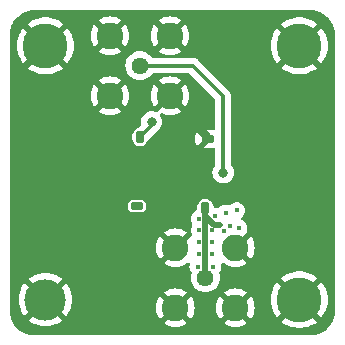
<source format=gbl>
%TF.GenerationSoftware,KiCad,Pcbnew,7.0.6*%
%TF.CreationDate,2023-08-28T22:53:50+01:00*%
%TF.ProjectId,SiPM Bias,5369504d-2042-4696-9173-2e6b69636164,rev?*%
%TF.SameCoordinates,Original*%
%TF.FileFunction,Copper,L2,Bot*%
%TF.FilePolarity,Positive*%
%FSLAX46Y46*%
G04 Gerber Fmt 4.6, Leading zero omitted, Abs format (unit mm)*
G04 Created by KiCad (PCBNEW 7.0.6) date 2023-08-28 22:53:50*
%MOMM*%
%LPD*%
G01*
G04 APERTURE LIST*
G04 Aperture macros list*
%AMRoundRect*
0 Rectangle with rounded corners*
0 $1 Rounding radius*
0 $2 $3 $4 $5 $6 $7 $8 $9 X,Y pos of 4 corners*
0 Add a 4 corners polygon primitive as box body*
4,1,4,$2,$3,$4,$5,$6,$7,$8,$9,$2,$3,0*
0 Add four circle primitives for the rounded corners*
1,1,$1+$1,$2,$3*
1,1,$1+$1,$4,$5*
1,1,$1+$1,$6,$7*
1,1,$1+$1,$8,$9*
0 Add four rect primitives between the rounded corners*
20,1,$1+$1,$2,$3,$4,$5,0*
20,1,$1+$1,$4,$5,$6,$7,0*
20,1,$1+$1,$6,$7,$8,$9,0*
20,1,$1+$1,$8,$9,$2,$3,0*%
G04 Aperture macros list end*
%TA.AperFunction,ComponentPad*%
%ADD10C,3.800000*%
%TD*%
%TA.AperFunction,ComponentPad*%
%ADD11C,3.500000*%
%TD*%
%TA.AperFunction,ComponentPad*%
%ADD12C,1.440000*%
%TD*%
%TA.AperFunction,ComponentPad*%
%ADD13C,2.250000*%
%TD*%
%TA.AperFunction,SMDPad,CuDef*%
%ADD14RoundRect,0.150000X0.400000X-0.150000X0.400000X0.150000X-0.400000X0.150000X-0.400000X-0.150000X0*%
%TD*%
%TA.AperFunction,SMDPad,CuDef*%
%ADD15RoundRect,0.150000X0.150000X0.400000X-0.150000X0.400000X-0.150000X-0.400000X0.150000X-0.400000X0*%
%TD*%
%TA.AperFunction,ViaPad*%
%ADD16C,0.400000*%
%TD*%
%TA.AperFunction,ViaPad*%
%ADD17C,0.800000*%
%TD*%
%TA.AperFunction,Conductor*%
%ADD18C,0.300000*%
%TD*%
%TA.AperFunction,Conductor*%
%ADD19C,0.500000*%
%TD*%
G04 APERTURE END LIST*
D10*
%TO.P,REF\u002A\u002A,1*%
%TO.N,GND*%
X160400001Y-80700001D03*
%TD*%
%TO.P,REF\u002A\u002A,1*%
%TO.N,GND*%
X138900001Y-80700001D03*
%TD*%
D11*
%TO.P,REF\u002A\u002A,1*%
%TO.N,GND*%
X138900001Y-102200001D03*
%TD*%
D10*
%TO.P,REF\u002A\u002A,1*%
%TO.N,GND*%
X160400001Y-102200001D03*
%TD*%
D12*
%TO.P,J3,1,In*%
%TO.N,SiPM*%
X152450000Y-100350000D03*
D13*
%TO.P,J3,2,Ext*%
%TO.N,GND*%
X154990000Y-102890000D03*
X154990000Y-97810000D03*
X149910000Y-102890000D03*
X149910000Y-97810000D03*
%TD*%
%TO.P,J2,2,Ext*%
%TO.N,GND*%
X144360000Y-79860000D03*
X144360000Y-84940000D03*
X149440000Y-79860000D03*
X149440000Y-84940000D03*
D12*
%TO.P,J2,1,In*%
%TO.N,BIAS*%
X146900000Y-82400000D03*
%TD*%
D14*
%TO.P,D1,4,G*%
%TO.N,GND*%
X152650001Y-88600001D03*
D15*
%TO.P,D1,3,C*%
%TO.N,Net-(D1-C)*%
X146900001Y-88450001D03*
D14*
%TO.P,D1,2,FO*%
%TO.N,unconnected-(D1-FO-Pad2)*%
X146650001Y-94300001D03*
D15*
%TO.P,D1,1,A*%
%TO.N,SiPM*%
X152400001Y-94450001D03*
%TD*%
D16*
%TO.N,GND*%
X147900001Y-92300001D03*
X152950001Y-87000001D03*
D17*
X159500001Y-89600001D03*
D16*
%TO.N,*%
X153250000Y-95150000D03*
X154150000Y-94850000D03*
X155100000Y-94650000D03*
X155300000Y-96100000D03*
X154500001Y-96000001D03*
X154050000Y-96400000D03*
X153000000Y-96350000D03*
X153000000Y-97350000D03*
X153000000Y-98350000D03*
X153100000Y-99400000D03*
X151800000Y-99400000D03*
X151900000Y-98350000D03*
X151900000Y-97350000D03*
X151900000Y-96350000D03*
X151900000Y-95350000D03*
%TO.N,SiPM*%
X153650000Y-95850000D03*
D17*
%TO.N,BIAS*%
X153950001Y-91450001D03*
%TO.N,Net-(D1-C)*%
X147900001Y-87150001D03*
%TD*%
D18*
%TO.N,GND*%
X152650001Y-88150001D02*
X149440000Y-84940000D01*
X152650001Y-88600001D02*
X152650001Y-88150001D01*
D19*
%TO.N,SiPM*%
X153150000Y-95850000D02*
X153650000Y-95850000D01*
X152450000Y-95150000D02*
X153150000Y-95850000D01*
X152450000Y-95150000D02*
X152450000Y-100350000D01*
X152450000Y-94500000D02*
X152450000Y-95150000D01*
D18*
X152400001Y-94450001D02*
X152450000Y-94500000D01*
%TO.N,BIAS*%
X153950001Y-91450001D02*
X153950001Y-84950001D01*
X153950001Y-84950001D02*
X151400000Y-82400000D01*
X151400000Y-82400000D02*
X146900000Y-82400000D01*
%TO.N,Net-(D1-C)*%
X147900001Y-87150001D02*
X147900001Y-87450001D01*
X147900001Y-87450001D02*
X146900001Y-88450001D01*
%TD*%
%TA.AperFunction,Conductor*%
%TO.N,GND*%
G36*
X161402019Y-77700634D02*
G01*
X161483746Y-77705990D01*
X161492953Y-77706648D01*
X161665442Y-77718983D01*
X161673089Y-77720014D01*
X161789604Y-77743190D01*
X161933632Y-77774523D01*
X161940370Y-77776393D01*
X162059370Y-77816788D01*
X162059494Y-77816830D01*
X162191731Y-77866152D01*
X162197468Y-77868628D01*
X162299442Y-77918917D01*
X162312993Y-77925600D01*
X162434891Y-77992161D01*
X162439618Y-77995023D01*
X162546695Y-78066568D01*
X162549362Y-78068456D01*
X162658638Y-78150259D01*
X162662333Y-78153255D01*
X162759532Y-78238496D01*
X162762470Y-78241248D01*
X162821223Y-78300001D01*
X162858734Y-78337512D01*
X162861508Y-78340474D01*
X162901604Y-78386194D01*
X162946740Y-78437663D01*
X162949752Y-78441378D01*
X163031535Y-78550629D01*
X163033453Y-78553339D01*
X163104972Y-78660374D01*
X163107838Y-78665108D01*
X163174400Y-78787007D01*
X163231362Y-78902515D01*
X163233848Y-78908273D01*
X163283175Y-79040520D01*
X163323601Y-79159614D01*
X163325476Y-79166369D01*
X163356822Y-79310468D01*
X163379982Y-79426897D01*
X163381017Y-79434578D01*
X163393994Y-79616018D01*
X163399368Y-79697999D01*
X163399501Y-79702056D01*
X163399501Y-103197976D01*
X163399368Y-103202033D01*
X163394018Y-103283649D01*
X163381016Y-103465438D01*
X163379981Y-103473118D01*
X163356842Y-103589447D01*
X163325475Y-103733635D01*
X163323601Y-103740389D01*
X163283195Y-103859425D01*
X163271907Y-103889691D01*
X163233844Y-103991738D01*
X163231358Y-103997496D01*
X163174415Y-104112965D01*
X163107827Y-104234911D01*
X163104961Y-104239645D01*
X163033469Y-104346640D01*
X163031551Y-104349350D01*
X162949744Y-104458633D01*
X162946723Y-104462359D01*
X162861530Y-104559503D01*
X162858756Y-104562464D01*
X162762464Y-104658756D01*
X162759503Y-104661530D01*
X162662359Y-104746723D01*
X162658633Y-104749744D01*
X162549350Y-104831551D01*
X162546640Y-104833469D01*
X162439645Y-104904961D01*
X162434911Y-104907827D01*
X162312965Y-104974415D01*
X162197496Y-105031358D01*
X162191738Y-105033844D01*
X162089691Y-105071907D01*
X162059425Y-105083195D01*
X161940389Y-105123601D01*
X161933635Y-105125475D01*
X161789447Y-105156842D01*
X161673118Y-105179981D01*
X161665438Y-105181016D01*
X161483649Y-105194018D01*
X161432583Y-105197365D01*
X161402026Y-105199368D01*
X161397977Y-105199501D01*
X137902025Y-105199501D01*
X137897975Y-105199368D01*
X137879293Y-105198143D01*
X137816451Y-105194024D01*
X137634545Y-105181013D01*
X137626866Y-105179978D01*
X137510689Y-105156869D01*
X137366335Y-105125467D01*
X137359579Y-105123592D01*
X137240641Y-105083218D01*
X137223127Y-105076685D01*
X137108236Y-105033832D01*
X137102478Y-105031346D01*
X136987089Y-104974443D01*
X136865073Y-104907817D01*
X136860339Y-104904951D01*
X136803427Y-104866924D01*
X136753359Y-104833469D01*
X136750680Y-104831572D01*
X136641336Y-104749719D01*
X136637635Y-104746719D01*
X136540518Y-104661549D01*
X136537557Y-104658775D01*
X136441225Y-104562445D01*
X136438461Y-104559493D01*
X136353284Y-104462368D01*
X136350271Y-104458652D01*
X136347408Y-104454828D01*
X136268435Y-104349331D01*
X136266517Y-104346621D01*
X136263673Y-104342365D01*
X136224133Y-104283188D01*
X136195043Y-104239651D01*
X136192177Y-104234918D01*
X136177871Y-104208719D01*
X136125560Y-104112918D01*
X136102909Y-104066987D01*
X136068650Y-103997516D01*
X136066164Y-103991758D01*
X136046207Y-103938252D01*
X136016797Y-103859404D01*
X135976396Y-103740386D01*
X135974536Y-103733683D01*
X135946769Y-103606040D01*
X135943136Y-103589338D01*
X135927500Y-103510735D01*
X135920018Y-103473118D01*
X135918987Y-103465472D01*
X135905968Y-103283456D01*
X135902193Y-103225851D01*
X135900634Y-103202049D01*
X135900501Y-103197994D01*
X135900501Y-102200001D01*
X136645173Y-102200001D01*
X136664463Y-102494313D01*
X136664465Y-102494325D01*
X136722002Y-102783585D01*
X136722006Y-102783600D01*
X136816813Y-103062889D01*
X136947259Y-103327407D01*
X136947266Y-103327420D01*
X137111123Y-103572649D01*
X137140407Y-103606040D01*
X137964211Y-102782236D01*
X138064895Y-102923625D01*
X138216933Y-103068593D01*
X138319223Y-103134330D01*
X137493960Y-103959593D01*
X137493960Y-103959594D01*
X137527345Y-103988873D01*
X137527349Y-103988876D01*
X137772581Y-104152735D01*
X137772594Y-104152742D01*
X138037112Y-104283188D01*
X138316401Y-104377995D01*
X138316416Y-104377999D01*
X138605676Y-104435536D01*
X138605688Y-104435538D01*
X138900001Y-104454828D01*
X139194313Y-104435538D01*
X139194325Y-104435536D01*
X139483585Y-104377999D01*
X139483600Y-104377995D01*
X139762889Y-104283188D01*
X140027407Y-104152742D01*
X140027420Y-104152735D01*
X140272651Y-103988878D01*
X140306040Y-103959594D01*
X140306041Y-103959593D01*
X139483307Y-103136860D01*
X139497411Y-103129590D01*
X139662541Y-102999730D01*
X139800111Y-102840966D01*
X139834666Y-102781114D01*
X140659593Y-103606041D01*
X140659594Y-103606040D01*
X140688878Y-103572651D01*
X140852735Y-103327420D01*
X140852742Y-103327407D01*
X140983188Y-103062889D01*
X141041877Y-102890000D01*
X148279975Y-102890000D01*
X148300042Y-103144989D01*
X148359752Y-103393702D01*
X148457634Y-103630012D01*
X148457636Y-103630015D01*
X148591275Y-103848095D01*
X148591286Y-103848110D01*
X148594533Y-103851911D01*
X148594535Y-103851911D01*
X149158766Y-103287679D01*
X149202316Y-103369822D01*
X149322009Y-103510735D01*
X149469195Y-103622623D01*
X149511402Y-103642150D01*
X148948087Y-104205464D01*
X148948087Y-104205465D01*
X148951888Y-104208712D01*
X148951898Y-104208719D01*
X149169984Y-104342363D01*
X149169987Y-104342365D01*
X149406297Y-104440247D01*
X149655011Y-104499957D01*
X149655010Y-104499957D01*
X149910000Y-104520024D01*
X150164989Y-104499957D01*
X150413702Y-104440247D01*
X150650012Y-104342365D01*
X150650015Y-104342363D01*
X150868103Y-104208719D01*
X150871912Y-104205464D01*
X150308609Y-103642161D01*
X150427431Y-103570669D01*
X150561658Y-103443523D01*
X150664861Y-103291308D01*
X151225464Y-103851912D01*
X151228719Y-103848103D01*
X151362363Y-103630015D01*
X151362365Y-103630012D01*
X151460247Y-103393702D01*
X151519957Y-103144989D01*
X151540024Y-102890000D01*
X153359975Y-102890000D01*
X153380042Y-103144989D01*
X153439752Y-103393702D01*
X153537634Y-103630012D01*
X153537636Y-103630015D01*
X153671275Y-103848095D01*
X153671286Y-103848110D01*
X153674533Y-103851911D01*
X153674535Y-103851911D01*
X154238766Y-103287679D01*
X154282316Y-103369822D01*
X154402009Y-103510735D01*
X154549195Y-103622623D01*
X154591402Y-103642150D01*
X154028087Y-104205464D01*
X154028087Y-104205465D01*
X154031888Y-104208712D01*
X154031898Y-104208719D01*
X154249984Y-104342363D01*
X154249987Y-104342365D01*
X154486297Y-104440247D01*
X154735011Y-104499957D01*
X154735010Y-104499957D01*
X154990000Y-104520024D01*
X155244989Y-104499957D01*
X155493702Y-104440247D01*
X155730012Y-104342365D01*
X155730015Y-104342363D01*
X155948103Y-104208719D01*
X155951912Y-104205464D01*
X155388609Y-103642161D01*
X155507431Y-103570669D01*
X155641658Y-103443523D01*
X155744861Y-103291308D01*
X156305464Y-103851912D01*
X156308719Y-103848103D01*
X156442363Y-103630015D01*
X156442365Y-103630012D01*
X156540247Y-103393702D01*
X156599957Y-103144989D01*
X156620024Y-102890000D01*
X156599957Y-102635010D01*
X156540247Y-102386297D01*
X156463083Y-102200006D01*
X157995256Y-102200006D01*
X158014216Y-102501384D01*
X158014217Y-102501391D01*
X158070806Y-102798041D01*
X158164126Y-103085248D01*
X158164128Y-103085253D01*
X158292705Y-103358492D01*
X158292708Y-103358498D01*
X158454514Y-103613465D01*
X158535313Y-103711134D01*
X159464212Y-102782236D01*
X159564895Y-102923625D01*
X159716933Y-103068593D01*
X159819223Y-103134330D01*
X158886565Y-104066987D01*
X159111475Y-104230394D01*
X159111486Y-104230401D01*
X159376110Y-104375879D01*
X159376118Y-104375883D01*
X159656890Y-104487048D01*
X159656893Y-104487049D01*
X159949400Y-104562151D01*
X160248996Y-104600000D01*
X160249008Y-104600001D01*
X160550994Y-104600001D01*
X160551005Y-104600000D01*
X160850601Y-104562151D01*
X161143108Y-104487049D01*
X161143111Y-104487048D01*
X161423883Y-104375883D01*
X161423891Y-104375879D01*
X161688515Y-104230401D01*
X161688526Y-104230394D01*
X161913434Y-104066987D01*
X161913435Y-104066987D01*
X160983307Y-103136860D01*
X160997411Y-103129590D01*
X161162541Y-102999730D01*
X161300111Y-102840966D01*
X161334666Y-102781113D01*
X162264687Y-103711134D01*
X162345484Y-103613470D01*
X162507293Y-103358498D01*
X162507296Y-103358492D01*
X162635873Y-103085253D01*
X162635875Y-103085248D01*
X162729195Y-102798041D01*
X162785784Y-102501391D01*
X162785785Y-102501384D01*
X162804746Y-102200006D01*
X162804746Y-102199995D01*
X162785785Y-101898617D01*
X162785784Y-101898610D01*
X162729195Y-101601960D01*
X162635875Y-101314753D01*
X162635873Y-101314748D01*
X162507296Y-101041509D01*
X162507293Y-101041503D01*
X162345487Y-100786536D01*
X162264686Y-100688865D01*
X161335788Y-101617764D01*
X161235107Y-101476377D01*
X161083069Y-101331409D01*
X160980778Y-101265670D01*
X161913435Y-100333013D01*
X161688531Y-100169610D01*
X161688521Y-100169603D01*
X161423891Y-100024122D01*
X161423883Y-100024118D01*
X161143111Y-99912953D01*
X161143108Y-99912952D01*
X160850601Y-99837850D01*
X160551005Y-99800001D01*
X160248996Y-99800001D01*
X159949400Y-99837850D01*
X159656893Y-99912952D01*
X159656890Y-99912953D01*
X159376118Y-100024118D01*
X159376110Y-100024122D01*
X159111480Y-100169603D01*
X159111462Y-100169615D01*
X158886566Y-100333011D01*
X158886565Y-100333013D01*
X159816694Y-101263141D01*
X159802591Y-101270412D01*
X159637461Y-101400272D01*
X159499891Y-101559036D01*
X159465335Y-101618887D01*
X158535313Y-100688865D01*
X158454517Y-100786531D01*
X158292708Y-101041503D01*
X158292705Y-101041509D01*
X158164128Y-101314748D01*
X158164126Y-101314753D01*
X158070806Y-101601960D01*
X158014217Y-101898610D01*
X158014216Y-101898617D01*
X157995256Y-102199995D01*
X157995256Y-102200006D01*
X156463083Y-102200006D01*
X156442365Y-102149987D01*
X156442363Y-102149984D01*
X156308719Y-101931898D01*
X156308712Y-101931888D01*
X156305465Y-101928087D01*
X156305464Y-101928087D01*
X155741232Y-102492319D01*
X155697684Y-102410178D01*
X155577991Y-102269265D01*
X155430805Y-102157377D01*
X155388596Y-102137849D01*
X155951911Y-101574535D01*
X155951911Y-101574533D01*
X155948110Y-101571286D01*
X155948095Y-101571275D01*
X155730015Y-101437636D01*
X155730012Y-101437634D01*
X155493702Y-101339752D01*
X155244988Y-101280042D01*
X155244989Y-101280042D01*
X154990000Y-101259975D01*
X154735010Y-101280042D01*
X154486297Y-101339752D01*
X154249987Y-101437634D01*
X154249984Y-101437636D01*
X154031897Y-101571280D01*
X154028087Y-101574534D01*
X154591390Y-102137838D01*
X154472569Y-102209331D01*
X154338342Y-102336477D01*
X154235139Y-102488690D01*
X153674534Y-101928087D01*
X153671280Y-101931897D01*
X153537636Y-102149984D01*
X153537634Y-102149987D01*
X153439752Y-102386297D01*
X153380042Y-102635010D01*
X153359975Y-102890000D01*
X151540024Y-102890000D01*
X151519957Y-102635010D01*
X151460247Y-102386297D01*
X151362365Y-102149987D01*
X151362363Y-102149984D01*
X151228719Y-101931898D01*
X151228712Y-101931888D01*
X151225465Y-101928087D01*
X151225464Y-101928087D01*
X150661232Y-102492319D01*
X150617684Y-102410178D01*
X150497991Y-102269265D01*
X150350805Y-102157377D01*
X150308597Y-102137849D01*
X150871911Y-101574535D01*
X150871911Y-101574533D01*
X150868110Y-101571286D01*
X150868095Y-101571275D01*
X150650015Y-101437636D01*
X150650012Y-101437634D01*
X150413702Y-101339752D01*
X150164988Y-101280042D01*
X150164989Y-101280042D01*
X149910000Y-101259975D01*
X149655010Y-101280042D01*
X149406297Y-101339752D01*
X149169987Y-101437634D01*
X149169984Y-101437636D01*
X148951897Y-101571280D01*
X148948087Y-101574534D01*
X149511390Y-102137837D01*
X149392569Y-102209331D01*
X149258342Y-102336477D01*
X149155138Y-102488691D01*
X148594534Y-101928087D01*
X148591280Y-101931897D01*
X148457636Y-102149984D01*
X148457634Y-102149987D01*
X148359752Y-102386297D01*
X148300042Y-102635010D01*
X148279975Y-102890000D01*
X141041877Y-102890000D01*
X141077995Y-102783600D01*
X141077999Y-102783585D01*
X141135536Y-102494325D01*
X141135538Y-102494313D01*
X141154828Y-102200001D01*
X141135538Y-101905688D01*
X141135536Y-101905676D01*
X141077999Y-101616416D01*
X141077995Y-101616401D01*
X140983188Y-101337112D01*
X140852742Y-101072594D01*
X140852735Y-101072581D01*
X140688876Y-100827349D01*
X140688873Y-100827345D01*
X140659594Y-100793960D01*
X140659593Y-100793960D01*
X139835789Y-101617764D01*
X139735107Y-101476377D01*
X139583069Y-101331409D01*
X139480778Y-101265670D01*
X140306040Y-100440407D01*
X140272649Y-100411123D01*
X140027420Y-100247266D01*
X140027407Y-100247259D01*
X139762889Y-100116813D01*
X139483600Y-100022006D01*
X139483585Y-100022002D01*
X139194325Y-99964465D01*
X139194313Y-99964463D01*
X138900001Y-99945173D01*
X138605688Y-99964463D01*
X138605676Y-99964465D01*
X138316416Y-100022002D01*
X138316401Y-100022006D01*
X138037112Y-100116813D01*
X137772594Y-100247259D01*
X137772581Y-100247266D01*
X137527351Y-100411124D01*
X137493959Y-100440407D01*
X138316694Y-101263141D01*
X138302591Y-101270412D01*
X138137461Y-101400272D01*
X137999891Y-101559036D01*
X137965335Y-101618887D01*
X137140407Y-100793959D01*
X137111124Y-100827351D01*
X136947266Y-101072581D01*
X136947259Y-101072594D01*
X136816813Y-101337112D01*
X136722006Y-101616401D01*
X136722002Y-101616416D01*
X136664465Y-101905676D01*
X136664463Y-101905688D01*
X136645173Y-102200001D01*
X135900501Y-102200001D01*
X135900501Y-97810000D01*
X148279975Y-97810000D01*
X148300042Y-98064989D01*
X148359752Y-98313702D01*
X148457634Y-98550012D01*
X148457636Y-98550015D01*
X148591275Y-98768095D01*
X148591286Y-98768110D01*
X148594533Y-98771911D01*
X148594535Y-98771911D01*
X149158766Y-98207679D01*
X149202316Y-98289822D01*
X149322009Y-98430735D01*
X149469195Y-98542623D01*
X149511402Y-98562150D01*
X148948087Y-99125464D01*
X148948087Y-99125465D01*
X148951888Y-99128712D01*
X148951898Y-99128719D01*
X149169984Y-99262363D01*
X149169987Y-99262365D01*
X149406297Y-99360247D01*
X149655011Y-99419957D01*
X149655010Y-99419957D01*
X149910000Y-99440024D01*
X150164989Y-99419957D01*
X150413702Y-99360247D01*
X150650012Y-99262365D01*
X150650015Y-99262363D01*
X150868100Y-99128721D01*
X150868101Y-99128720D01*
X150922365Y-99082375D01*
X150986126Y-99053804D01*
X151055212Y-99064241D01*
X151107688Y-99110372D01*
X151126894Y-99177550D01*
X151118839Y-99220635D01*
X151114861Y-99231122D01*
X151114859Y-99231130D01*
X151094355Y-99399999D01*
X151114859Y-99568869D01*
X151114860Y-99568874D01*
X151175182Y-99727931D01*
X151270808Y-99866468D01*
X151292691Y-99932822D01*
X151288533Y-99969001D01*
X151243452Y-100137247D01*
X151243450Y-100137258D01*
X151224838Y-100349998D01*
X151224838Y-100350001D01*
X151243450Y-100562741D01*
X151243452Y-100562752D01*
X151298721Y-100769022D01*
X151298723Y-100769026D01*
X151298724Y-100769030D01*
X151325917Y-100827345D01*
X151388977Y-100962578D01*
X151511472Y-101137521D01*
X151662478Y-101288527D01*
X151662481Y-101288529D01*
X151837419Y-101411021D01*
X151837421Y-101411022D01*
X151837420Y-101411022D01*
X151901936Y-101441106D01*
X152030970Y-101501276D01*
X152237253Y-101556549D01*
X152389215Y-101569843D01*
X152449998Y-101575162D01*
X152450000Y-101575162D01*
X152450002Y-101575162D01*
X152503186Y-101570508D01*
X152662747Y-101556549D01*
X152869030Y-101501276D01*
X153062581Y-101411021D01*
X153237519Y-101288529D01*
X153388529Y-101137519D01*
X153511021Y-100962581D01*
X153601276Y-100769030D01*
X153656549Y-100562747D01*
X153675162Y-100350000D01*
X153656549Y-100137253D01*
X153611466Y-99968999D01*
X153613129Y-99899150D01*
X153629191Y-99866468D01*
X153724818Y-99727930D01*
X153785140Y-99568872D01*
X153805645Y-99400000D01*
X153785140Y-99231128D01*
X153781161Y-99220638D01*
X153775792Y-99150978D01*
X153808937Y-99089470D01*
X153870074Y-99055647D01*
X153939792Y-99060245D01*
X153977633Y-99082374D01*
X154031898Y-99128720D01*
X154031899Y-99128721D01*
X154249984Y-99262363D01*
X154249987Y-99262365D01*
X154486297Y-99360247D01*
X154735011Y-99419957D01*
X154735010Y-99419957D01*
X154990000Y-99440024D01*
X155244989Y-99419957D01*
X155493702Y-99360247D01*
X155730012Y-99262365D01*
X155730015Y-99262363D01*
X155948103Y-99128719D01*
X155951912Y-99125464D01*
X155388609Y-98562161D01*
X155507431Y-98490669D01*
X155641658Y-98363523D01*
X155744861Y-98211309D01*
X156305464Y-98771912D01*
X156308719Y-98768103D01*
X156442363Y-98550015D01*
X156442365Y-98550012D01*
X156540247Y-98313702D01*
X156599957Y-98064989D01*
X156620024Y-97810000D01*
X156599957Y-97555010D01*
X156540247Y-97306297D01*
X156442365Y-97069987D01*
X156442363Y-97069984D01*
X156308719Y-96851898D01*
X156308712Y-96851888D01*
X156305465Y-96848087D01*
X156305464Y-96848087D01*
X155741232Y-97412319D01*
X155697684Y-97330178D01*
X155577991Y-97189265D01*
X155430805Y-97077377D01*
X155388597Y-97057849D01*
X155951911Y-96494535D01*
X155951152Y-96475203D01*
X155940523Y-96458917D01*
X155940029Y-96389049D01*
X155943296Y-96379205D01*
X155985140Y-96268872D01*
X156005645Y-96100000D01*
X155985140Y-95931128D01*
X155924818Y-95772070D01*
X155828183Y-95632071D01*
X155700852Y-95519266D01*
X155700849Y-95519263D01*
X155550225Y-95440209D01*
X155543210Y-95437549D01*
X155544255Y-95434791D01*
X155495629Y-95406478D01*
X155463841Y-95344258D01*
X155470739Y-95274730D01*
X155503456Y-95228426D01*
X155628183Y-95117929D01*
X155724818Y-94977930D01*
X155785140Y-94818872D01*
X155805645Y-94650000D01*
X155785140Y-94481128D01*
X155724818Y-94322070D01*
X155628183Y-94182071D01*
X155518371Y-94084786D01*
X155500849Y-94069263D01*
X155350226Y-93990210D01*
X155185056Y-93949500D01*
X155014944Y-93949500D01*
X154849773Y-93990210D01*
X154699149Y-94069264D01*
X154699147Y-94069265D01*
X154566275Y-94186979D01*
X154503042Y-94216700D01*
X154433779Y-94207516D01*
X154426425Y-94203961D01*
X154400225Y-94190210D01*
X154235056Y-94149500D01*
X154064944Y-94149500D01*
X153899773Y-94190210D01*
X153749150Y-94269263D01*
X153621813Y-94382074D01*
X153588967Y-94429660D01*
X153534684Y-94473650D01*
X153465235Y-94481309D01*
X153457243Y-94479616D01*
X153335056Y-94449500D01*
X153310057Y-94449500D01*
X153243018Y-94429815D01*
X153197263Y-94377011D01*
X153186896Y-94339899D01*
X153185241Y-94325746D01*
X153183903Y-94322068D01*
X153125237Y-94160883D01*
X153075187Y-94084786D01*
X153028832Y-94014306D01*
X153028831Y-94014305D01*
X152901219Y-93893909D01*
X152901217Y-93893907D01*
X152891513Y-93888304D01*
X152880202Y-93881774D01*
X152841281Y-93846435D01*
X152839195Y-93843513D01*
X152756486Y-93760804D01*
X152651392Y-93709427D01*
X152583262Y-93699501D01*
X152583261Y-93699501D01*
X152216741Y-93699501D01*
X152216740Y-93699501D01*
X152148609Y-93709427D01*
X152043515Y-93760804D01*
X151960804Y-93843515D01*
X151909428Y-93948608D01*
X151906585Y-93957809D01*
X151905219Y-93957387D01*
X151881845Y-94009529D01*
X151818697Y-94084785D01*
X151818697Y-94084787D01*
X151739961Y-94241562D01*
X151699500Y-94412281D01*
X151699500Y-94589151D01*
X151679815Y-94656190D01*
X151633127Y-94698947D01*
X151499149Y-94769265D01*
X151371816Y-94882072D01*
X151275182Y-95022068D01*
X151214860Y-95181125D01*
X151214859Y-95181130D01*
X151194355Y-95350000D01*
X151214859Y-95518869D01*
X151214860Y-95518874D01*
X151275182Y-95677931D01*
X151345332Y-95779559D01*
X151367215Y-95845913D01*
X151349750Y-95913565D01*
X151345332Y-95920439D01*
X151275183Y-96022068D01*
X151275182Y-96022068D01*
X151214860Y-96181125D01*
X151214859Y-96181130D01*
X151194355Y-96350000D01*
X151214859Y-96518869D01*
X151214860Y-96518874D01*
X151277842Y-96684943D01*
X151276133Y-96685590D01*
X151287958Y-96744647D01*
X151262459Y-96809697D01*
X151252119Y-96821432D01*
X150661232Y-97412319D01*
X150617684Y-97330178D01*
X150497991Y-97189265D01*
X150350805Y-97077377D01*
X150308597Y-97057849D01*
X150871911Y-96494535D01*
X150871911Y-96494533D01*
X150868110Y-96491286D01*
X150868095Y-96491275D01*
X150650015Y-96357636D01*
X150650012Y-96357634D01*
X150413702Y-96259752D01*
X150164988Y-96200042D01*
X150164989Y-96200042D01*
X149910000Y-96179975D01*
X149655010Y-96200042D01*
X149406297Y-96259752D01*
X149169987Y-96357634D01*
X149169984Y-96357636D01*
X148951897Y-96491280D01*
X148948087Y-96494534D01*
X149511390Y-97057837D01*
X149392569Y-97129331D01*
X149258342Y-97256477D01*
X149155138Y-97408691D01*
X148594534Y-96848087D01*
X148591280Y-96851897D01*
X148457636Y-97069984D01*
X148457634Y-97069987D01*
X148359752Y-97306297D01*
X148300042Y-97555010D01*
X148279975Y-97810000D01*
X135900501Y-97810000D01*
X135900501Y-94483261D01*
X145899501Y-94483261D01*
X145909427Y-94551392D01*
X145960804Y-94656486D01*
X146043515Y-94739197D01*
X146043516Y-94739197D01*
X146043518Y-94739199D01*
X146148608Y-94790574D01*
X146182674Y-94795537D01*
X146216740Y-94800501D01*
X146216741Y-94800501D01*
X147083262Y-94800501D01*
X147105971Y-94797192D01*
X147151394Y-94790574D01*
X147256484Y-94739199D01*
X147339199Y-94656484D01*
X147390574Y-94551394D01*
X147400501Y-94483261D01*
X147400501Y-94116741D01*
X147390574Y-94048608D01*
X147339199Y-93943518D01*
X147339197Y-93943516D01*
X147339197Y-93943515D01*
X147256486Y-93860804D01*
X147151392Y-93809427D01*
X147083262Y-93799501D01*
X147083261Y-93799501D01*
X146216741Y-93799501D01*
X146216740Y-93799501D01*
X146148609Y-93809427D01*
X146043515Y-93860804D01*
X145960804Y-93943515D01*
X145909427Y-94048609D01*
X145899501Y-94116740D01*
X145899501Y-94483261D01*
X135900501Y-94483261D01*
X135900501Y-88429406D01*
X146244654Y-88429406D01*
X146260122Y-88593030D01*
X146260122Y-88593032D01*
X146260123Y-88593034D01*
X146315793Y-88747666D01*
X146315793Y-88747667D01*
X146381163Y-88843856D01*
X146401309Y-88895675D01*
X146409427Y-88951392D01*
X146460804Y-89056486D01*
X146543515Y-89139197D01*
X146543516Y-89139197D01*
X146543518Y-89139199D01*
X146648608Y-89190574D01*
X146682674Y-89195537D01*
X146716740Y-89200501D01*
X146716741Y-89200501D01*
X147083262Y-89200501D01*
X147105971Y-89197192D01*
X147151394Y-89190574D01*
X147256484Y-89139199D01*
X147339199Y-89056484D01*
X147390574Y-88951394D01*
X147396925Y-88907800D01*
X147426068Y-88844302D01*
X147431934Y-88838013D01*
X147454302Y-88815645D01*
X151600001Y-88815645D01*
X151602900Y-88852490D01*
X151602901Y-88852496D01*
X151648717Y-89010194D01*
X151648718Y-89010197D01*
X151732315Y-89151553D01*
X151732322Y-89151562D01*
X151738604Y-89157844D01*
X151738605Y-89157844D01*
X152296448Y-88600001D01*
X151738605Y-88042158D01*
X151738604Y-88042158D01*
X151732322Y-88048439D01*
X151732315Y-88048448D01*
X151648718Y-88189804D01*
X151648717Y-88189807D01*
X151602901Y-88347505D01*
X151602900Y-88347511D01*
X151600001Y-88384357D01*
X151600001Y-88815645D01*
X147454302Y-88815645D01*
X148299514Y-87970432D01*
X148312072Y-87960374D01*
X148311917Y-87960187D01*
X148317937Y-87955205D01*
X148317941Y-87955203D01*
X148317944Y-87955199D01*
X148319400Y-87953995D01*
X148348024Y-87936247D01*
X148352731Y-87934152D01*
X148505872Y-87822889D01*
X148632534Y-87682217D01*
X148727180Y-87518285D01*
X148785675Y-87338257D01*
X148805461Y-87150001D01*
X148785675Y-86961745D01*
X148727180Y-86781717D01*
X148632534Y-86617785D01*
X148632534Y-86617784D01*
X148628716Y-86612530D01*
X148630674Y-86611107D01*
X148605177Y-86558006D01*
X148613787Y-86488669D01*
X148658517Y-86434994D01*
X148725165Y-86414022D01*
X148775004Y-86423438D01*
X148936297Y-86490247D01*
X149185011Y-86549957D01*
X149185010Y-86549957D01*
X149440000Y-86570024D01*
X149694989Y-86549957D01*
X149943702Y-86490247D01*
X150180012Y-86392365D01*
X150180015Y-86392363D01*
X150398103Y-86258719D01*
X150401912Y-86255464D01*
X149838609Y-85692161D01*
X149957431Y-85620669D01*
X150091658Y-85493523D01*
X150194861Y-85341309D01*
X150755464Y-85901912D01*
X150758719Y-85898103D01*
X150892363Y-85680015D01*
X150892365Y-85680012D01*
X150990247Y-85443702D01*
X151049957Y-85194989D01*
X151070024Y-84940000D01*
X151049957Y-84685010D01*
X150990247Y-84436297D01*
X150892365Y-84199987D01*
X150892363Y-84199984D01*
X150758719Y-83981898D01*
X150758712Y-83981888D01*
X150755465Y-83978087D01*
X150755464Y-83978087D01*
X150191232Y-84542319D01*
X150147684Y-84460178D01*
X150027991Y-84319265D01*
X149880805Y-84207377D01*
X149838597Y-84187849D01*
X150401911Y-83624535D01*
X150401911Y-83624533D01*
X150398110Y-83621286D01*
X150398095Y-83621275D01*
X150180015Y-83487636D01*
X150180012Y-83487634D01*
X149943702Y-83389752D01*
X149694988Y-83330042D01*
X149694989Y-83330042D01*
X149440000Y-83309975D01*
X149185010Y-83330042D01*
X148936297Y-83389752D01*
X148699987Y-83487634D01*
X148699984Y-83487636D01*
X148481897Y-83621280D01*
X148478087Y-83624534D01*
X149041390Y-84187837D01*
X148922569Y-84259331D01*
X148788342Y-84386477D01*
X148685138Y-84538691D01*
X148124534Y-83978087D01*
X148121280Y-83981897D01*
X147987636Y-84199984D01*
X147987634Y-84199987D01*
X147889752Y-84436297D01*
X147830042Y-84685010D01*
X147809975Y-84940000D01*
X147830042Y-85194989D01*
X147889752Y-85443702D01*
X147987634Y-85680012D01*
X147987636Y-85680015D01*
X148121275Y-85898095D01*
X148121286Y-85898110D01*
X148124533Y-85901911D01*
X148124535Y-85901911D01*
X148688766Y-85337679D01*
X148732316Y-85419822D01*
X148852009Y-85560735D01*
X148999195Y-85672623D01*
X149041402Y-85692150D01*
X148466398Y-86267153D01*
X148459863Y-86293136D01*
X148408892Y-86340925D01*
X148340176Y-86353570D01*
X148302565Y-86343514D01*
X148179808Y-86288858D01*
X148179803Y-86288856D01*
X148034001Y-86257866D01*
X147994647Y-86249501D01*
X147805355Y-86249501D01*
X147777301Y-86255464D01*
X147620198Y-86288856D01*
X147620193Y-86288858D01*
X147447271Y-86365849D01*
X147447266Y-86365852D01*
X147294130Y-86477112D01*
X147167467Y-86617786D01*
X147072822Y-86781716D01*
X147072819Y-86781723D01*
X147014328Y-86961741D01*
X147014327Y-86961745D01*
X146994541Y-87150001D01*
X147014327Y-87338257D01*
X147014328Y-87338260D01*
X147015007Y-87344720D01*
X147013254Y-87344904D01*
X147008588Y-87405973D01*
X146980300Y-87449754D01*
X146762002Y-87668053D01*
X146700679Y-87701538D01*
X146692200Y-87703076D01*
X146648609Y-87709427D01*
X146543515Y-87760804D01*
X146460804Y-87843515D01*
X146409427Y-87948609D01*
X146401130Y-88005558D01*
X146376406Y-88063680D01*
X146335640Y-88116235D01*
X146270365Y-88267076D01*
X146244654Y-88429402D01*
X146244654Y-88429404D01*
X146244654Y-88429406D01*
X135900501Y-88429406D01*
X135900501Y-84940000D01*
X142729975Y-84940000D01*
X142750042Y-85194989D01*
X142809752Y-85443702D01*
X142907634Y-85680012D01*
X142907636Y-85680015D01*
X143041275Y-85898095D01*
X143041286Y-85898110D01*
X143044533Y-85901911D01*
X143044535Y-85901911D01*
X143608766Y-85337679D01*
X143652316Y-85419822D01*
X143772009Y-85560735D01*
X143919195Y-85672623D01*
X143961402Y-85692150D01*
X143398087Y-86255464D01*
X143398087Y-86255465D01*
X143401888Y-86258712D01*
X143401898Y-86258719D01*
X143619984Y-86392363D01*
X143619987Y-86392365D01*
X143856297Y-86490247D01*
X144105011Y-86549957D01*
X144105010Y-86549957D01*
X144360000Y-86570024D01*
X144614989Y-86549957D01*
X144863702Y-86490247D01*
X145100012Y-86392365D01*
X145100015Y-86392363D01*
X145318103Y-86258719D01*
X145321912Y-86255464D01*
X144758609Y-85692161D01*
X144877431Y-85620669D01*
X145011658Y-85493523D01*
X145114861Y-85341308D01*
X145675464Y-85901912D01*
X145678719Y-85898103D01*
X145812363Y-85680015D01*
X145812365Y-85680012D01*
X145910247Y-85443702D01*
X145969957Y-85194989D01*
X145990024Y-84940000D01*
X145969957Y-84685010D01*
X145910247Y-84436297D01*
X145812365Y-84199987D01*
X145812363Y-84199984D01*
X145678719Y-83981898D01*
X145678712Y-83981888D01*
X145675465Y-83978087D01*
X145675464Y-83978087D01*
X145111232Y-84542319D01*
X145067684Y-84460178D01*
X144947991Y-84319265D01*
X144800805Y-84207377D01*
X144758597Y-84187849D01*
X145321911Y-83624535D01*
X145321911Y-83624533D01*
X145318110Y-83621286D01*
X145318095Y-83621275D01*
X145100015Y-83487636D01*
X145100012Y-83487634D01*
X144863702Y-83389752D01*
X144614988Y-83330042D01*
X144614989Y-83330042D01*
X144360000Y-83309975D01*
X144105010Y-83330042D01*
X143856297Y-83389752D01*
X143619987Y-83487634D01*
X143619984Y-83487636D01*
X143401897Y-83621280D01*
X143398087Y-83624534D01*
X143961390Y-84187837D01*
X143842569Y-84259331D01*
X143708342Y-84386477D01*
X143605138Y-84538691D01*
X143044534Y-83978087D01*
X143041280Y-83981897D01*
X142907636Y-84199984D01*
X142907634Y-84199987D01*
X142809752Y-84436297D01*
X142750042Y-84685010D01*
X142729975Y-84940000D01*
X135900501Y-84940000D01*
X135900501Y-80700006D01*
X136495256Y-80700006D01*
X136514216Y-81001384D01*
X136514217Y-81001391D01*
X136570806Y-81298041D01*
X136664126Y-81585248D01*
X136664128Y-81585253D01*
X136792705Y-81858492D01*
X136792708Y-81858498D01*
X136954514Y-82113465D01*
X137035313Y-82211134D01*
X137964212Y-81282236D01*
X138064895Y-81423625D01*
X138216933Y-81568593D01*
X138319223Y-81634330D01*
X137386565Y-82566987D01*
X137611475Y-82730394D01*
X137611486Y-82730401D01*
X137876110Y-82875879D01*
X137876118Y-82875883D01*
X138156890Y-82987048D01*
X138156893Y-82987049D01*
X138449400Y-83062151D01*
X138748996Y-83100000D01*
X138749008Y-83100001D01*
X139050994Y-83100001D01*
X139051005Y-83100000D01*
X139350601Y-83062151D01*
X139643108Y-82987049D01*
X139643111Y-82987048D01*
X139923883Y-82875883D01*
X139923891Y-82875879D01*
X140188515Y-82730401D01*
X140188526Y-82730394D01*
X140413434Y-82566987D01*
X140413435Y-82566987D01*
X140246449Y-82400001D01*
X145674838Y-82400001D01*
X145693450Y-82612741D01*
X145693452Y-82612752D01*
X145748721Y-82819022D01*
X145748723Y-82819026D01*
X145748724Y-82819030D01*
X145775235Y-82875883D01*
X145838977Y-83012578D01*
X145961472Y-83187521D01*
X146112478Y-83338527D01*
X146112481Y-83338529D01*
X146287419Y-83461021D01*
X146287421Y-83461022D01*
X146287420Y-83461022D01*
X146351936Y-83491106D01*
X146480970Y-83551276D01*
X146687253Y-83606549D01*
X146839215Y-83619843D01*
X146899998Y-83625162D01*
X146900000Y-83625162D01*
X146900002Y-83625162D01*
X146953186Y-83620508D01*
X147112747Y-83606549D01*
X147319030Y-83551276D01*
X147512581Y-83461021D01*
X147687519Y-83338529D01*
X147838529Y-83187519D01*
X147858385Y-83159160D01*
X147897446Y-83103377D01*
X147952023Y-83059752D01*
X147999021Y-83050500D01*
X151079192Y-83050500D01*
X151146231Y-83070185D01*
X151166873Y-83086819D01*
X153263182Y-85183128D01*
X153296667Y-85244451D01*
X153299501Y-85270809D01*
X153299501Y-87681052D01*
X153279816Y-87748091D01*
X153227012Y-87793846D01*
X153157854Y-87803790D01*
X153153221Y-87803034D01*
X153152492Y-87802900D01*
X153115645Y-87800001D01*
X152203553Y-87800001D01*
X152650001Y-88246448D01*
X152915872Y-88512319D01*
X152949357Y-88573642D01*
X152944373Y-88643334D01*
X152915872Y-88687681D01*
X152203553Y-89400000D01*
X152203554Y-89400001D01*
X153115645Y-89400001D01*
X153152482Y-89397101D01*
X153153204Y-89396970D01*
X153153612Y-89397012D01*
X153158809Y-89396604D01*
X153158884Y-89397567D01*
X153222690Y-89404279D01*
X153277194Y-89447995D01*
X153299411Y-89514238D01*
X153299501Y-89518949D01*
X153299501Y-90779079D01*
X153279816Y-90846118D01*
X153267651Y-90862051D01*
X153217467Y-90917786D01*
X153122822Y-91081716D01*
X153122819Y-91081723D01*
X153064328Y-91261741D01*
X153064327Y-91261745D01*
X153044541Y-91450001D01*
X153064327Y-91638257D01*
X153064328Y-91638260D01*
X153122819Y-91818278D01*
X153122822Y-91818285D01*
X153217468Y-91982217D01*
X153344129Y-92122889D01*
X153344130Y-92122889D01*
X153497266Y-92234149D01*
X153497271Y-92234152D01*
X153670193Y-92311143D01*
X153670198Y-92311145D01*
X153855355Y-92350501D01*
X153855356Y-92350501D01*
X154044645Y-92350501D01*
X154044647Y-92350501D01*
X154229804Y-92311145D01*
X154402731Y-92234152D01*
X154555872Y-92122889D01*
X154682534Y-91982217D01*
X154777180Y-91818285D01*
X154835675Y-91638257D01*
X154855461Y-91450001D01*
X154835675Y-91261745D01*
X154777180Y-91081717D01*
X154682534Y-90917785D01*
X154632351Y-90862051D01*
X154602121Y-90799059D01*
X154600501Y-90779079D01*
X154600501Y-85035503D01*
X154602269Y-85019490D01*
X154602027Y-85019468D01*
X154602759Y-85011712D01*
X154602761Y-85011705D01*
X154600501Y-84939797D01*
X154600501Y-84909076D01*
X154599580Y-84901789D01*
X154599123Y-84895980D01*
X154599052Y-84893711D01*
X154597598Y-84847432D01*
X154591677Y-84827054D01*
X154587732Y-84808005D01*
X154585072Y-84786943D01*
X154567186Y-84741770D01*
X154565297Y-84736250D01*
X154551744Y-84689601D01*
X154540941Y-84671335D01*
X154532379Y-84653857D01*
X154524569Y-84634130D01*
X154524566Y-84634126D01*
X154496015Y-84594828D01*
X154492812Y-84589952D01*
X154490739Y-84586447D01*
X154468082Y-84548136D01*
X154468080Y-84548134D01*
X154468079Y-84548132D01*
X154453076Y-84533130D01*
X154440436Y-84518331D01*
X154427962Y-84501161D01*
X154390529Y-84470195D01*
X154386207Y-84466261D01*
X151920434Y-82000488D01*
X151910361Y-81987914D01*
X151910174Y-81988070D01*
X151905201Y-81982059D01*
X151852756Y-81932810D01*
X151831035Y-81911089D01*
X151825240Y-81906594D01*
X151820798Y-81902799D01*
X151785396Y-81869554D01*
X151785388Y-81869548D01*
X151766792Y-81859325D01*
X151750531Y-81848644D01*
X151733763Y-81835637D01*
X151710295Y-81825482D01*
X151689178Y-81816343D01*
X151683956Y-81813786D01*
X151641368Y-81790373D01*
X151641365Y-81790372D01*
X151620801Y-81785092D01*
X151602396Y-81778790D01*
X151582927Y-81770365D01*
X151582921Y-81770363D01*
X151534951Y-81762766D01*
X151529236Y-81761582D01*
X151512772Y-81757355D01*
X151482180Y-81749500D01*
X151482177Y-81749500D01*
X151460955Y-81749500D01*
X151441555Y-81747973D01*
X151420596Y-81744653D01*
X151420595Y-81744653D01*
X151396786Y-81746903D01*
X151372230Y-81749225D01*
X151366392Y-81749500D01*
X147999021Y-81749500D01*
X147931982Y-81729815D01*
X147897446Y-81696623D01*
X147838528Y-81612479D01*
X147687521Y-81461472D01*
X147512578Y-81338977D01*
X147512579Y-81338977D01*
X147383547Y-81278809D01*
X147319030Y-81248724D01*
X147319026Y-81248723D01*
X147319022Y-81248721D01*
X147112752Y-81193452D01*
X147112748Y-81193451D01*
X147112747Y-81193451D01*
X147112746Y-81193450D01*
X147112741Y-81193450D01*
X146900002Y-81174838D01*
X146899998Y-81174838D01*
X146687258Y-81193450D01*
X146687247Y-81193452D01*
X146480977Y-81248721D01*
X146480968Y-81248725D01*
X146287421Y-81338977D01*
X146112478Y-81461472D01*
X145961472Y-81612478D01*
X145838977Y-81787421D01*
X145748725Y-81980968D01*
X145748721Y-81980977D01*
X145693452Y-82187247D01*
X145693450Y-82187258D01*
X145674838Y-82399998D01*
X145674838Y-82400001D01*
X140246449Y-82400001D01*
X139483307Y-81636860D01*
X139497411Y-81629590D01*
X139662541Y-81499730D01*
X139800111Y-81340966D01*
X139834666Y-81281113D01*
X140764687Y-82211134D01*
X140845484Y-82113470D01*
X141007293Y-81858498D01*
X141007296Y-81858492D01*
X141135873Y-81585253D01*
X141135875Y-81585248D01*
X141229195Y-81298041D01*
X141285784Y-81001391D01*
X141285785Y-81001384D01*
X141304746Y-80700006D01*
X141304746Y-80699995D01*
X141285785Y-80398617D01*
X141285784Y-80398610D01*
X141229195Y-80101960D01*
X141150577Y-79860000D01*
X142729975Y-79860000D01*
X142750042Y-80114989D01*
X142809752Y-80363702D01*
X142907634Y-80600012D01*
X142907636Y-80600015D01*
X143041275Y-80818095D01*
X143041286Y-80818110D01*
X143044533Y-80821911D01*
X143044535Y-80821911D01*
X143608766Y-80257679D01*
X143652316Y-80339822D01*
X143772009Y-80480735D01*
X143919195Y-80592623D01*
X143961402Y-80612150D01*
X143398087Y-81175464D01*
X143398087Y-81175465D01*
X143401888Y-81178712D01*
X143401898Y-81178719D01*
X143619984Y-81312363D01*
X143619987Y-81312365D01*
X143856297Y-81410247D01*
X144105011Y-81469957D01*
X144105010Y-81469957D01*
X144360000Y-81490024D01*
X144614989Y-81469957D01*
X144863702Y-81410247D01*
X145100012Y-81312365D01*
X145100015Y-81312363D01*
X145318103Y-81178719D01*
X145321912Y-81175464D01*
X144758609Y-80612161D01*
X144877431Y-80540669D01*
X145011658Y-80413523D01*
X145114861Y-80261309D01*
X145675464Y-80821912D01*
X145678719Y-80818103D01*
X145812363Y-80600015D01*
X145812365Y-80600012D01*
X145910247Y-80363702D01*
X145969957Y-80114989D01*
X145990024Y-79860000D01*
X147809975Y-79860000D01*
X147830042Y-80114989D01*
X147889752Y-80363702D01*
X147987634Y-80600012D01*
X147987636Y-80600015D01*
X148121275Y-80818095D01*
X148121286Y-80818110D01*
X148124533Y-80821911D01*
X148124535Y-80821911D01*
X148688766Y-80257679D01*
X148732316Y-80339822D01*
X148852009Y-80480735D01*
X148999195Y-80592623D01*
X149041402Y-80612150D01*
X148478087Y-81175464D01*
X148478087Y-81175465D01*
X148481888Y-81178712D01*
X148481898Y-81178719D01*
X148699984Y-81312363D01*
X148699987Y-81312365D01*
X148936297Y-81410247D01*
X149185011Y-81469957D01*
X149185010Y-81469957D01*
X149440000Y-81490024D01*
X149694989Y-81469957D01*
X149943702Y-81410247D01*
X150180012Y-81312365D01*
X150180015Y-81312363D01*
X150398103Y-81178719D01*
X150401912Y-81175464D01*
X149838609Y-80612161D01*
X149957431Y-80540669D01*
X150091658Y-80413523D01*
X150194861Y-80261309D01*
X150755464Y-80821912D01*
X150758719Y-80818103D01*
X150831089Y-80700006D01*
X157995256Y-80700006D01*
X158014216Y-81001384D01*
X158014217Y-81001391D01*
X158070806Y-81298041D01*
X158164126Y-81585248D01*
X158164128Y-81585253D01*
X158292705Y-81858492D01*
X158292708Y-81858498D01*
X158454514Y-82113465D01*
X158535313Y-82211134D01*
X159464212Y-81282236D01*
X159564895Y-81423625D01*
X159716933Y-81568593D01*
X159819223Y-81634330D01*
X158886565Y-82566987D01*
X159111475Y-82730394D01*
X159111486Y-82730401D01*
X159376110Y-82875879D01*
X159376118Y-82875883D01*
X159656890Y-82987048D01*
X159656893Y-82987049D01*
X159949400Y-83062151D01*
X160248996Y-83100000D01*
X160249008Y-83100001D01*
X160550994Y-83100001D01*
X160551005Y-83100000D01*
X160850601Y-83062151D01*
X161143108Y-82987049D01*
X161143111Y-82987048D01*
X161423883Y-82875883D01*
X161423891Y-82875879D01*
X161688515Y-82730401D01*
X161688526Y-82730394D01*
X161913434Y-82566987D01*
X161913435Y-82566987D01*
X160983307Y-81636860D01*
X160997411Y-81629590D01*
X161162541Y-81499730D01*
X161300111Y-81340966D01*
X161334666Y-81281113D01*
X162264687Y-82211134D01*
X162345484Y-82113470D01*
X162507293Y-81858498D01*
X162507296Y-81858492D01*
X162635873Y-81585253D01*
X162635875Y-81585248D01*
X162729195Y-81298041D01*
X162785784Y-81001391D01*
X162785785Y-81001384D01*
X162804746Y-80700006D01*
X162804746Y-80699995D01*
X162785785Y-80398617D01*
X162785784Y-80398610D01*
X162729195Y-80101960D01*
X162635875Y-79814753D01*
X162635873Y-79814748D01*
X162507296Y-79541509D01*
X162507293Y-79541503D01*
X162345487Y-79286536D01*
X162264686Y-79188865D01*
X161335788Y-80117764D01*
X161235107Y-79976377D01*
X161083069Y-79831409D01*
X160980778Y-79765670D01*
X161913435Y-78833013D01*
X161688531Y-78669610D01*
X161688521Y-78669603D01*
X161423891Y-78524122D01*
X161423883Y-78524118D01*
X161143111Y-78412953D01*
X161143108Y-78412952D01*
X160850601Y-78337850D01*
X160551005Y-78300001D01*
X160248996Y-78300001D01*
X159949400Y-78337850D01*
X159656893Y-78412952D01*
X159656890Y-78412953D01*
X159376118Y-78524118D01*
X159376110Y-78524122D01*
X159111480Y-78669603D01*
X159111462Y-78669615D01*
X158886566Y-78833011D01*
X158886565Y-78833013D01*
X159816694Y-79763141D01*
X159802591Y-79770412D01*
X159637461Y-79900272D01*
X159499891Y-80059036D01*
X159465335Y-80118887D01*
X158535313Y-79188865D01*
X158454517Y-79286531D01*
X158292708Y-79541503D01*
X158292705Y-79541509D01*
X158164128Y-79814748D01*
X158164126Y-79814753D01*
X158070806Y-80101960D01*
X158014217Y-80398610D01*
X158014216Y-80398617D01*
X157995256Y-80699995D01*
X157995256Y-80700006D01*
X150831089Y-80700006D01*
X150892363Y-80600015D01*
X150892365Y-80600012D01*
X150990247Y-80363702D01*
X151049957Y-80114989D01*
X151070024Y-79860000D01*
X151049957Y-79605010D01*
X150990247Y-79356297D01*
X150892365Y-79119987D01*
X150892363Y-79119984D01*
X150758719Y-78901898D01*
X150758712Y-78901888D01*
X150755465Y-78898087D01*
X150755464Y-78898087D01*
X150191232Y-79462319D01*
X150147684Y-79380178D01*
X150027991Y-79239265D01*
X149880805Y-79127377D01*
X149838596Y-79107849D01*
X150401911Y-78544535D01*
X150401911Y-78544533D01*
X150398110Y-78541286D01*
X150398095Y-78541275D01*
X150180015Y-78407636D01*
X150180012Y-78407634D01*
X149943702Y-78309752D01*
X149694988Y-78250042D01*
X149694989Y-78250042D01*
X149440000Y-78229975D01*
X149185010Y-78250042D01*
X148936297Y-78309752D01*
X148699987Y-78407634D01*
X148699984Y-78407636D01*
X148481897Y-78541280D01*
X148478087Y-78544534D01*
X149041391Y-79107837D01*
X148922569Y-79179331D01*
X148788342Y-79306477D01*
X148685138Y-79458691D01*
X148124534Y-78898087D01*
X148121280Y-78901897D01*
X147987636Y-79119984D01*
X147987634Y-79119987D01*
X147889752Y-79356297D01*
X147830042Y-79605010D01*
X147809975Y-79860000D01*
X145990024Y-79860000D01*
X145969957Y-79605010D01*
X145910247Y-79356297D01*
X145812365Y-79119987D01*
X145812363Y-79119984D01*
X145678719Y-78901898D01*
X145678712Y-78901888D01*
X145675465Y-78898087D01*
X145675464Y-78898087D01*
X145111232Y-79462319D01*
X145067684Y-79380178D01*
X144947991Y-79239265D01*
X144800805Y-79127377D01*
X144758596Y-79107849D01*
X145321911Y-78544535D01*
X145321911Y-78544533D01*
X145318110Y-78541286D01*
X145318095Y-78541275D01*
X145100015Y-78407636D01*
X145100012Y-78407634D01*
X144863702Y-78309752D01*
X144614988Y-78250042D01*
X144614989Y-78250042D01*
X144360000Y-78229975D01*
X144105010Y-78250042D01*
X143856297Y-78309752D01*
X143619987Y-78407634D01*
X143619984Y-78407636D01*
X143401897Y-78541280D01*
X143398087Y-78544534D01*
X143961391Y-79107837D01*
X143842569Y-79179331D01*
X143708342Y-79306477D01*
X143605138Y-79458691D01*
X143044534Y-78898087D01*
X143041280Y-78901897D01*
X142907636Y-79119984D01*
X142907634Y-79119987D01*
X142809752Y-79356297D01*
X142750042Y-79605010D01*
X142729975Y-79860000D01*
X141150577Y-79860000D01*
X141135875Y-79814753D01*
X141135873Y-79814748D01*
X141007296Y-79541509D01*
X141007293Y-79541503D01*
X140845487Y-79286536D01*
X140764686Y-79188865D01*
X139835788Y-80117764D01*
X139735107Y-79976377D01*
X139583069Y-79831409D01*
X139480778Y-79765670D01*
X140413435Y-78833013D01*
X140188531Y-78669610D01*
X140188521Y-78669603D01*
X139923891Y-78524122D01*
X139923883Y-78524118D01*
X139643111Y-78412953D01*
X139643108Y-78412952D01*
X139350601Y-78337850D01*
X139051005Y-78300001D01*
X138748996Y-78300001D01*
X138449400Y-78337850D01*
X138156893Y-78412952D01*
X138156890Y-78412953D01*
X137876118Y-78524118D01*
X137876110Y-78524122D01*
X137611480Y-78669603D01*
X137611462Y-78669615D01*
X137386566Y-78833011D01*
X137386565Y-78833013D01*
X138316694Y-79763141D01*
X138302591Y-79770412D01*
X138137461Y-79900272D01*
X137999891Y-80059036D01*
X137965335Y-80118887D01*
X137035313Y-79188865D01*
X136954517Y-79286531D01*
X136792708Y-79541503D01*
X136792705Y-79541509D01*
X136664128Y-79814748D01*
X136664126Y-79814753D01*
X136570806Y-80101960D01*
X136514217Y-80398610D01*
X136514216Y-80398617D01*
X136495256Y-80699995D01*
X136495256Y-80700006D01*
X135900501Y-80700006D01*
X135900501Y-79702037D01*
X135900634Y-79697982D01*
X135905983Y-79616361D01*
X135911336Y-79541509D01*
X135918987Y-79434537D01*
X135920017Y-79426897D01*
X135943154Y-79310580D01*
X135948385Y-79286531D01*
X135974534Y-79166324D01*
X135976393Y-79159626D01*
X136016816Y-79040544D01*
X136066160Y-78908252D01*
X136068634Y-78902521D01*
X136125584Y-78787037D01*
X136192183Y-78665071D01*
X136195028Y-78660374D01*
X136266575Y-78553295D01*
X136268413Y-78550699D01*
X136350294Y-78441318D01*
X136353242Y-78437681D01*
X136438509Y-78340453D01*
X136441204Y-78337576D01*
X136537576Y-78241204D01*
X136540453Y-78238509D01*
X136637681Y-78153242D01*
X136641318Y-78150294D01*
X136750699Y-78068413D01*
X136753295Y-78066575D01*
X136860380Y-77995023D01*
X136865071Y-77992183D01*
X136987037Y-77925584D01*
X137102521Y-77868634D01*
X137108252Y-77866160D01*
X137240544Y-77816816D01*
X137359626Y-77776393D01*
X137366324Y-77774534D01*
X137510549Y-77743159D01*
X137626904Y-77720015D01*
X137634537Y-77718987D01*
X137816245Y-77705990D01*
X137869212Y-77702518D01*
X137897982Y-77700634D01*
X137902037Y-77700501D01*
X161397964Y-77700501D01*
X161402019Y-77700634D01*
G37*
%TD.AperFunction*%
%TD*%
M02*

</source>
